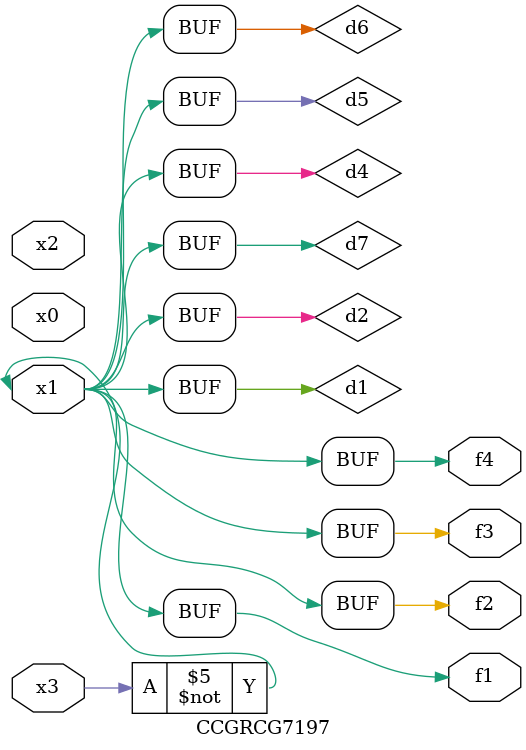
<source format=v>
module CCGRCG7197(
	input x0, x1, x2, x3,
	output f1, f2, f3, f4
);

	wire d1, d2, d3, d4, d5, d6, d7;

	not (d1, x3);
	buf (d2, x1);
	xnor (d3, d1, d2);
	nor (d4, d1);
	buf (d5, d1, d2);
	buf (d6, d4, d5);
	nand (d7, d4);
	assign f1 = d6;
	assign f2 = d7;
	assign f3 = d6;
	assign f4 = d6;
endmodule

</source>
